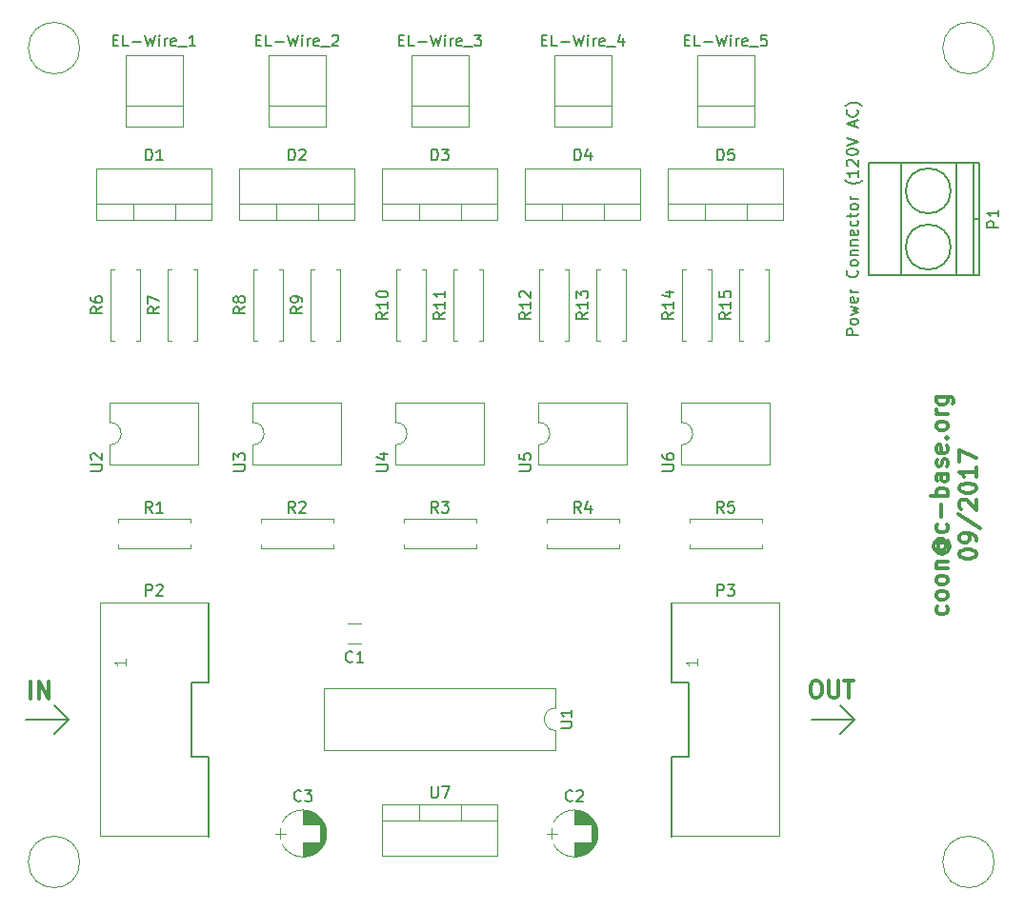
<source format=gto>
G04 #@! TF.FileFunction,Legend,Top*
%FSLAX46Y46*%
G04 Gerber Fmt 4.6, Leading zero omitted, Abs format (unit mm)*
G04 Created by KiCad (PCBNEW 4.0.5) date 09/05/17 09:18:43*
%MOMM*%
%LPD*%
G01*
G04 APERTURE LIST*
%ADD10C,0.100000*%
%ADD11C,0.200000*%
%ADD12C,0.300000*%
%ADD13C,0.150000*%
%ADD14C,0.120000*%
G04 APERTURE END LIST*
D10*
D11*
X55880000Y-88900000D02*
X52070000Y-88900000D01*
D12*
X122198000Y-85475071D02*
X122483714Y-85475071D01*
X122626572Y-85546500D01*
X122769429Y-85689357D01*
X122840857Y-85975071D01*
X122840857Y-86475071D01*
X122769429Y-86760786D01*
X122626572Y-86903643D01*
X122483714Y-86975071D01*
X122198000Y-86975071D01*
X122055143Y-86903643D01*
X121912286Y-86760786D01*
X121840857Y-86475071D01*
X121840857Y-85975071D01*
X121912286Y-85689357D01*
X122055143Y-85546500D01*
X122198000Y-85475071D01*
X123483715Y-85475071D02*
X123483715Y-86689357D01*
X123555143Y-86832214D01*
X123626572Y-86903643D01*
X123769429Y-86975071D01*
X124055143Y-86975071D01*
X124198001Y-86903643D01*
X124269429Y-86832214D01*
X124340858Y-86689357D01*
X124340858Y-85475071D01*
X124840858Y-85475071D02*
X125698001Y-85475071D01*
X125269430Y-86975071D02*
X125269430Y-85475071D01*
X52554286Y-87038571D02*
X52554286Y-85538571D01*
X53268572Y-87038571D02*
X53268572Y-85538571D01*
X54125715Y-87038571D01*
X54125715Y-85538571D01*
D11*
X55880000Y-88900000D02*
X54610000Y-90170000D01*
X54610000Y-87630000D02*
X55880000Y-88900000D01*
X123190000Y-88900000D02*
X125730000Y-88900000D01*
X124460000Y-87630000D02*
X125730000Y-88900000D01*
X125730000Y-88900000D02*
X124460000Y-90170000D01*
X121920000Y-88900000D02*
X123190000Y-88900000D01*
X121920000Y-88900000D02*
X123190000Y-88900000D01*
X125730000Y-88900000D02*
X124460000Y-90170000D01*
X124460000Y-87630000D02*
X125730000Y-88900000D01*
X123190000Y-88900000D02*
X125730000Y-88900000D01*
X123190000Y-88900000D02*
X125730000Y-88900000D01*
X124460000Y-87630000D02*
X125730000Y-88900000D01*
X125730000Y-88900000D02*
X124460000Y-90170000D01*
X121920000Y-88900000D02*
X123190000Y-88900000D01*
X121920000Y-88900000D02*
X123190000Y-88900000D01*
X125730000Y-88900000D02*
X124460000Y-90170000D01*
X124460000Y-87630000D02*
X125730000Y-88900000D01*
X123190000Y-88900000D02*
X125730000Y-88900000D01*
X123190000Y-88900000D02*
X125730000Y-88900000D01*
X124460000Y-87630000D02*
X125730000Y-88900000D01*
X125730000Y-88900000D02*
X124460000Y-90170000D01*
X121920000Y-88900000D02*
X123190000Y-88900000D01*
X121920000Y-88900000D02*
X123190000Y-88900000D01*
X125730000Y-88900000D02*
X124460000Y-90170000D01*
X124460000Y-87630000D02*
X125730000Y-88900000D01*
X123190000Y-88900000D02*
X125730000Y-88900000D01*
X123190000Y-88900000D02*
X125730000Y-88900000D01*
X124460000Y-87630000D02*
X125730000Y-88900000D01*
X125730000Y-88900000D02*
X124460000Y-90170000D01*
X121920000Y-88900000D02*
X123190000Y-88900000D01*
X121920000Y-88900000D02*
X123190000Y-88900000D01*
X125730000Y-88900000D02*
X124460000Y-90170000D01*
X124460000Y-87630000D02*
X125730000Y-88900000D01*
X123190000Y-88900000D02*
X125730000Y-88900000D01*
X123190000Y-88900000D02*
X125730000Y-88900000D01*
X124460000Y-87630000D02*
X125730000Y-88900000D01*
X125730000Y-88900000D02*
X124460000Y-90170000D01*
X121920000Y-88900000D02*
X123190000Y-88900000D01*
X121920000Y-88900000D02*
X123190000Y-88900000D01*
X125730000Y-88900000D02*
X124460000Y-90170000D01*
X124460000Y-87630000D02*
X125730000Y-88900000D01*
X123190000Y-88900000D02*
X125730000Y-88900000D01*
X123190000Y-88900000D02*
X125730000Y-88900000D01*
X124460000Y-87630000D02*
X125730000Y-88900000D01*
X125730000Y-88900000D02*
X124460000Y-90170000D01*
X121920000Y-88900000D02*
X123190000Y-88900000D01*
X121920000Y-88900000D02*
X123190000Y-88900000D01*
X125730000Y-88900000D02*
X124460000Y-90170000D01*
X124460000Y-87630000D02*
X125730000Y-88900000D01*
X123190000Y-88900000D02*
X125730000Y-88900000D01*
X123190000Y-88900000D02*
X125730000Y-88900000D01*
X124460000Y-87630000D02*
X125730000Y-88900000D01*
X125730000Y-88900000D02*
X124460000Y-90170000D01*
X121920000Y-88900000D02*
X123190000Y-88900000D01*
X121920000Y-88900000D02*
X123190000Y-88900000D01*
X125730000Y-88900000D02*
X124460000Y-90170000D01*
X124460000Y-87630000D02*
X125730000Y-88900000D01*
X123190000Y-88900000D02*
X125730000Y-88900000D01*
X123190000Y-88900000D02*
X125730000Y-88900000D01*
X124460000Y-87630000D02*
X125730000Y-88900000D01*
X125730000Y-88900000D02*
X124460000Y-90170000D01*
X121920000Y-88900000D02*
X123190000Y-88900000D01*
X121920000Y-88900000D02*
X123190000Y-88900000D01*
X125730000Y-88900000D02*
X124460000Y-90170000D01*
X124460000Y-87630000D02*
X125730000Y-88900000D01*
X123190000Y-88900000D02*
X125730000Y-88900000D01*
D12*
X133952143Y-78850000D02*
X134023571Y-78992857D01*
X134023571Y-79278571D01*
X133952143Y-79421429D01*
X133880714Y-79492857D01*
X133737857Y-79564286D01*
X133309286Y-79564286D01*
X133166429Y-79492857D01*
X133095000Y-79421429D01*
X133023571Y-79278571D01*
X133023571Y-78992857D01*
X133095000Y-78850000D01*
X134023571Y-77992857D02*
X133952143Y-78135715D01*
X133880714Y-78207143D01*
X133737857Y-78278572D01*
X133309286Y-78278572D01*
X133166429Y-78207143D01*
X133095000Y-78135715D01*
X133023571Y-77992857D01*
X133023571Y-77778572D01*
X133095000Y-77635715D01*
X133166429Y-77564286D01*
X133309286Y-77492857D01*
X133737857Y-77492857D01*
X133880714Y-77564286D01*
X133952143Y-77635715D01*
X134023571Y-77778572D01*
X134023571Y-77992857D01*
X134023571Y-76635714D02*
X133952143Y-76778572D01*
X133880714Y-76850000D01*
X133737857Y-76921429D01*
X133309286Y-76921429D01*
X133166429Y-76850000D01*
X133095000Y-76778572D01*
X133023571Y-76635714D01*
X133023571Y-76421429D01*
X133095000Y-76278572D01*
X133166429Y-76207143D01*
X133309286Y-76135714D01*
X133737857Y-76135714D01*
X133880714Y-76207143D01*
X133952143Y-76278572D01*
X134023571Y-76421429D01*
X134023571Y-76635714D01*
X133023571Y-75492857D02*
X134023571Y-75492857D01*
X133166429Y-75492857D02*
X133095000Y-75421429D01*
X133023571Y-75278571D01*
X133023571Y-75064286D01*
X133095000Y-74921429D01*
X133237857Y-74850000D01*
X134023571Y-74850000D01*
X133309286Y-73207143D02*
X133237857Y-73278571D01*
X133166429Y-73421428D01*
X133166429Y-73564286D01*
X133237857Y-73707143D01*
X133309286Y-73778571D01*
X133452143Y-73850000D01*
X133595000Y-73850000D01*
X133737857Y-73778571D01*
X133809286Y-73707143D01*
X133880714Y-73564286D01*
X133880714Y-73421428D01*
X133809286Y-73278571D01*
X133737857Y-73207143D01*
X133166429Y-73207143D02*
X133737857Y-73207143D01*
X133809286Y-73135714D01*
X133809286Y-73064286D01*
X133737857Y-72921428D01*
X133595000Y-72850000D01*
X133237857Y-72850000D01*
X133023571Y-72992857D01*
X132880714Y-73207143D01*
X132809286Y-73492857D01*
X132880714Y-73778571D01*
X133023571Y-73992857D01*
X133237857Y-74135714D01*
X133523571Y-74207143D01*
X133809286Y-74135714D01*
X134023571Y-73992857D01*
X134166429Y-73778571D01*
X134237857Y-73492857D01*
X134166429Y-73207143D01*
X134023571Y-72992857D01*
X133952143Y-71564286D02*
X134023571Y-71707143D01*
X134023571Y-71992857D01*
X133952143Y-72135715D01*
X133880714Y-72207143D01*
X133737857Y-72278572D01*
X133309286Y-72278572D01*
X133166429Y-72207143D01*
X133095000Y-72135715D01*
X133023571Y-71992857D01*
X133023571Y-71707143D01*
X133095000Y-71564286D01*
X133452143Y-70921429D02*
X133452143Y-69778572D01*
X134023571Y-69064286D02*
X132523571Y-69064286D01*
X133095000Y-69064286D02*
X133023571Y-68921429D01*
X133023571Y-68635715D01*
X133095000Y-68492858D01*
X133166429Y-68421429D01*
X133309286Y-68350000D01*
X133737857Y-68350000D01*
X133880714Y-68421429D01*
X133952143Y-68492858D01*
X134023571Y-68635715D01*
X134023571Y-68921429D01*
X133952143Y-69064286D01*
X134023571Y-67064286D02*
X133237857Y-67064286D01*
X133095000Y-67135715D01*
X133023571Y-67278572D01*
X133023571Y-67564286D01*
X133095000Y-67707143D01*
X133952143Y-67064286D02*
X134023571Y-67207143D01*
X134023571Y-67564286D01*
X133952143Y-67707143D01*
X133809286Y-67778572D01*
X133666429Y-67778572D01*
X133523571Y-67707143D01*
X133452143Y-67564286D01*
X133452143Y-67207143D01*
X133380714Y-67064286D01*
X133952143Y-66421429D02*
X134023571Y-66278572D01*
X134023571Y-65992857D01*
X133952143Y-65850000D01*
X133809286Y-65778572D01*
X133737857Y-65778572D01*
X133595000Y-65850000D01*
X133523571Y-65992857D01*
X133523571Y-66207143D01*
X133452143Y-66350000D01*
X133309286Y-66421429D01*
X133237857Y-66421429D01*
X133095000Y-66350000D01*
X133023571Y-66207143D01*
X133023571Y-65992857D01*
X133095000Y-65850000D01*
X133952143Y-64564286D02*
X134023571Y-64707143D01*
X134023571Y-64992857D01*
X133952143Y-65135714D01*
X133809286Y-65207143D01*
X133237857Y-65207143D01*
X133095000Y-65135714D01*
X133023571Y-64992857D01*
X133023571Y-64707143D01*
X133095000Y-64564286D01*
X133237857Y-64492857D01*
X133380714Y-64492857D01*
X133523571Y-65207143D01*
X133880714Y-63850000D02*
X133952143Y-63778572D01*
X134023571Y-63850000D01*
X133952143Y-63921429D01*
X133880714Y-63850000D01*
X134023571Y-63850000D01*
X134023571Y-62921428D02*
X133952143Y-63064286D01*
X133880714Y-63135714D01*
X133737857Y-63207143D01*
X133309286Y-63207143D01*
X133166429Y-63135714D01*
X133095000Y-63064286D01*
X133023571Y-62921428D01*
X133023571Y-62707143D01*
X133095000Y-62564286D01*
X133166429Y-62492857D01*
X133309286Y-62421428D01*
X133737857Y-62421428D01*
X133880714Y-62492857D01*
X133952143Y-62564286D01*
X134023571Y-62707143D01*
X134023571Y-62921428D01*
X134023571Y-61778571D02*
X133023571Y-61778571D01*
X133309286Y-61778571D02*
X133166429Y-61707143D01*
X133095000Y-61635714D01*
X133023571Y-61492857D01*
X133023571Y-61350000D01*
X133023571Y-60207143D02*
X134237857Y-60207143D01*
X134380714Y-60278572D01*
X134452143Y-60350000D01*
X134523571Y-60492857D01*
X134523571Y-60707143D01*
X134452143Y-60850000D01*
X133952143Y-60207143D02*
X134023571Y-60350000D01*
X134023571Y-60635714D01*
X133952143Y-60778572D01*
X133880714Y-60850000D01*
X133737857Y-60921429D01*
X133309286Y-60921429D01*
X133166429Y-60850000D01*
X133095000Y-60778572D01*
X133023571Y-60635714D01*
X133023571Y-60350000D01*
X133095000Y-60207143D01*
X135073571Y-74278570D02*
X135073571Y-74135713D01*
X135145000Y-73992856D01*
X135216429Y-73921427D01*
X135359286Y-73849998D01*
X135645000Y-73778570D01*
X136002143Y-73778570D01*
X136287857Y-73849998D01*
X136430714Y-73921427D01*
X136502143Y-73992856D01*
X136573571Y-74135713D01*
X136573571Y-74278570D01*
X136502143Y-74421427D01*
X136430714Y-74492856D01*
X136287857Y-74564284D01*
X136002143Y-74635713D01*
X135645000Y-74635713D01*
X135359286Y-74564284D01*
X135216429Y-74492856D01*
X135145000Y-74421427D01*
X135073571Y-74278570D01*
X136573571Y-73064285D02*
X136573571Y-72778570D01*
X136502143Y-72635713D01*
X136430714Y-72564285D01*
X136216429Y-72421427D01*
X135930714Y-72349999D01*
X135359286Y-72349999D01*
X135216429Y-72421427D01*
X135145000Y-72492856D01*
X135073571Y-72635713D01*
X135073571Y-72921427D01*
X135145000Y-73064285D01*
X135216429Y-73135713D01*
X135359286Y-73207142D01*
X135716429Y-73207142D01*
X135859286Y-73135713D01*
X135930714Y-73064285D01*
X136002143Y-72921427D01*
X136002143Y-72635713D01*
X135930714Y-72492856D01*
X135859286Y-72421427D01*
X135716429Y-72349999D01*
X135002143Y-70635714D02*
X136930714Y-71921428D01*
X135216429Y-70207142D02*
X135145000Y-70135713D01*
X135073571Y-69992856D01*
X135073571Y-69635713D01*
X135145000Y-69492856D01*
X135216429Y-69421427D01*
X135359286Y-69349999D01*
X135502143Y-69349999D01*
X135716429Y-69421427D01*
X136573571Y-70278570D01*
X136573571Y-69349999D01*
X135073571Y-68421428D02*
X135073571Y-68278571D01*
X135145000Y-68135714D01*
X135216429Y-68064285D01*
X135359286Y-67992856D01*
X135645000Y-67921428D01*
X136002143Y-67921428D01*
X136287857Y-67992856D01*
X136430714Y-68064285D01*
X136502143Y-68135714D01*
X136573571Y-68278571D01*
X136573571Y-68421428D01*
X136502143Y-68564285D01*
X136430714Y-68635714D01*
X136287857Y-68707142D01*
X136002143Y-68778571D01*
X135645000Y-68778571D01*
X135359286Y-68707142D01*
X135216429Y-68635714D01*
X135145000Y-68564285D01*
X135073571Y-68421428D01*
X136573571Y-66492857D02*
X136573571Y-67350000D01*
X136573571Y-66921428D02*
X135073571Y-66921428D01*
X135287857Y-67064285D01*
X135430714Y-67207143D01*
X135502143Y-67350000D01*
X135073571Y-65992857D02*
X135073571Y-64992857D01*
X136573571Y-65635714D01*
D13*
X109474000Y-99314000D02*
X109474000Y-92202000D01*
X109474000Y-78486000D02*
X109474000Y-85598000D01*
X110998000Y-91186000D02*
X110998000Y-92202000D01*
X110998000Y-92202000D02*
X109474000Y-92202000D01*
X110998000Y-85598000D02*
X110998000Y-86614000D01*
X110998000Y-85598000D02*
X109474000Y-85598000D01*
X110998000Y-86614000D02*
X110998000Y-91186000D01*
D14*
X119100000Y-78490000D02*
X119100000Y-99310000D01*
X119100000Y-99310000D02*
X109500000Y-99310000D01*
X109500000Y-78490000D02*
X119100000Y-78490000D01*
D13*
X68326000Y-92202000D02*
X68326000Y-99314000D01*
X68326000Y-78486000D02*
X68326000Y-85598000D01*
X68326000Y-85598000D02*
X66802000Y-85598000D01*
X66802000Y-85598000D02*
X66802000Y-92202000D01*
X66802000Y-92202000D02*
X68326000Y-92202000D01*
D14*
X68300000Y-99310000D02*
X58700000Y-99310000D01*
X58700000Y-99310000D02*
X58700000Y-78490000D01*
X58700000Y-78490000D02*
X68300000Y-78490000D01*
X138176000Y-101600000D02*
G75*
G03X138176000Y-101600000I-2286000J0D01*
G01*
X56896000Y-101600000D02*
G75*
G03X56896000Y-101600000I-2286000J0D01*
G01*
X138176000Y-29210000D02*
G75*
G03X138176000Y-29210000I-2286000J0D01*
G01*
X99060000Y-34290000D02*
X104140000Y-34290000D01*
X99060000Y-29850000D02*
X104140000Y-29850000D01*
X104140000Y-36190000D02*
X99060000Y-36190000D01*
X104140000Y-36190000D02*
X104140000Y-29850000D01*
X99060000Y-36190000D02*
X99060000Y-29850000D01*
D13*
X136307000Y-44403640D02*
X136807000Y-44403640D01*
X134307000Y-41903640D02*
G75*
G03X134307000Y-41903640I-2000000J0D01*
G01*
X134307000Y-46903640D02*
G75*
G03X134307000Y-46903640I-2000000J0D01*
G01*
X134807000Y-49403640D02*
X134807000Y-39403640D01*
X129907000Y-49403640D02*
X129907000Y-39403640D01*
X136307000Y-49403640D02*
X136307000Y-39403640D01*
X136807000Y-49403640D02*
X136807000Y-39403640D01*
X136807000Y-39403640D02*
X127007000Y-39403640D01*
X127007000Y-39403640D02*
X127007000Y-49403640D01*
X127007000Y-49403640D02*
X136807000Y-49403640D01*
D14*
X99180000Y-89900000D02*
G75*
G02X99180000Y-87900000I0J1000000D01*
G01*
X99180000Y-87900000D02*
X99180000Y-86130000D01*
X99180000Y-86130000D02*
X78620000Y-86130000D01*
X78620000Y-86130000D02*
X78620000Y-91670000D01*
X78620000Y-91670000D02*
X99180000Y-91670000D01*
X99180000Y-91670000D02*
X99180000Y-89900000D01*
X59570000Y-62500000D02*
G75*
G02X59570000Y-64500000I0J-1000000D01*
G01*
X59570000Y-64500000D02*
X59570000Y-66270000D01*
X59570000Y-66270000D02*
X67430000Y-66270000D01*
X67430000Y-66270000D02*
X67430000Y-60730000D01*
X67430000Y-60730000D02*
X59570000Y-60730000D01*
X59570000Y-60730000D02*
X59570000Y-62500000D01*
X60290000Y-71410000D02*
X60290000Y-71080000D01*
X60290000Y-71080000D02*
X66710000Y-71080000D01*
X66710000Y-71080000D02*
X66710000Y-71410000D01*
X60290000Y-73370000D02*
X60290000Y-73700000D01*
X60290000Y-73700000D02*
X66710000Y-73700000D01*
X66710000Y-73700000D02*
X66710000Y-73370000D01*
X72990000Y-71410000D02*
X72990000Y-71080000D01*
X72990000Y-71080000D02*
X79410000Y-71080000D01*
X79410000Y-71080000D02*
X79410000Y-71410000D01*
X72990000Y-73370000D02*
X72990000Y-73700000D01*
X72990000Y-73700000D02*
X79410000Y-73700000D01*
X79410000Y-73700000D02*
X79410000Y-73370000D01*
X85690000Y-71410000D02*
X85690000Y-71080000D01*
X85690000Y-71080000D02*
X92110000Y-71080000D01*
X92110000Y-71080000D02*
X92110000Y-71410000D01*
X85690000Y-73370000D02*
X85690000Y-73700000D01*
X85690000Y-73700000D02*
X92110000Y-73700000D01*
X92110000Y-73700000D02*
X92110000Y-73370000D01*
X98390000Y-71410000D02*
X98390000Y-71080000D01*
X98390000Y-71080000D02*
X104810000Y-71080000D01*
X104810000Y-71080000D02*
X104810000Y-71410000D01*
X98390000Y-73370000D02*
X98390000Y-73700000D01*
X98390000Y-73700000D02*
X104810000Y-73700000D01*
X104810000Y-73700000D02*
X104810000Y-73370000D01*
X111090000Y-71410000D02*
X111090000Y-71080000D01*
X111090000Y-71080000D02*
X117510000Y-71080000D01*
X117510000Y-71080000D02*
X117510000Y-71410000D01*
X111090000Y-73370000D02*
X111090000Y-73700000D01*
X111090000Y-73700000D02*
X117510000Y-73700000D01*
X117510000Y-73700000D02*
X117510000Y-73370000D01*
X61940000Y-48860000D02*
X62270000Y-48860000D01*
X62270000Y-48860000D02*
X62270000Y-55280000D01*
X62270000Y-55280000D02*
X61940000Y-55280000D01*
X59980000Y-48860000D02*
X59650000Y-48860000D01*
X59650000Y-48860000D02*
X59650000Y-55280000D01*
X59650000Y-55280000D02*
X59980000Y-55280000D01*
X67020000Y-48860000D02*
X67350000Y-48860000D01*
X67350000Y-48860000D02*
X67350000Y-55280000D01*
X67350000Y-55280000D02*
X67020000Y-55280000D01*
X65060000Y-48860000D02*
X64730000Y-48860000D01*
X64730000Y-48860000D02*
X64730000Y-55280000D01*
X64730000Y-55280000D02*
X65060000Y-55280000D01*
X74640000Y-48860000D02*
X74970000Y-48860000D01*
X74970000Y-48860000D02*
X74970000Y-55280000D01*
X74970000Y-55280000D02*
X74640000Y-55280000D01*
X72680000Y-48860000D02*
X72350000Y-48860000D01*
X72350000Y-48860000D02*
X72350000Y-55280000D01*
X72350000Y-55280000D02*
X72680000Y-55280000D01*
X79720000Y-48860000D02*
X80050000Y-48860000D01*
X80050000Y-48860000D02*
X80050000Y-55280000D01*
X80050000Y-55280000D02*
X79720000Y-55280000D01*
X77760000Y-48860000D02*
X77430000Y-48860000D01*
X77430000Y-48860000D02*
X77430000Y-55280000D01*
X77430000Y-55280000D02*
X77760000Y-55280000D01*
X87340000Y-48860000D02*
X87670000Y-48860000D01*
X87670000Y-48860000D02*
X87670000Y-55280000D01*
X87670000Y-55280000D02*
X87340000Y-55280000D01*
X85380000Y-48860000D02*
X85050000Y-48860000D01*
X85050000Y-48860000D02*
X85050000Y-55280000D01*
X85050000Y-55280000D02*
X85380000Y-55280000D01*
X92420000Y-48860000D02*
X92750000Y-48860000D01*
X92750000Y-48860000D02*
X92750000Y-55280000D01*
X92750000Y-55280000D02*
X92420000Y-55280000D01*
X90460000Y-48860000D02*
X90130000Y-48860000D01*
X90130000Y-48860000D02*
X90130000Y-55280000D01*
X90130000Y-55280000D02*
X90460000Y-55280000D01*
X100040000Y-48860000D02*
X100370000Y-48860000D01*
X100370000Y-48860000D02*
X100370000Y-55280000D01*
X100370000Y-55280000D02*
X100040000Y-55280000D01*
X98080000Y-48860000D02*
X97750000Y-48860000D01*
X97750000Y-48860000D02*
X97750000Y-55280000D01*
X97750000Y-55280000D02*
X98080000Y-55280000D01*
X105120000Y-48860000D02*
X105450000Y-48860000D01*
X105450000Y-48860000D02*
X105450000Y-55280000D01*
X105450000Y-55280000D02*
X105120000Y-55280000D01*
X103160000Y-48860000D02*
X102830000Y-48860000D01*
X102830000Y-48860000D02*
X102830000Y-55280000D01*
X102830000Y-55280000D02*
X103160000Y-55280000D01*
X112740000Y-48860000D02*
X113070000Y-48860000D01*
X113070000Y-48860000D02*
X113070000Y-55280000D01*
X113070000Y-55280000D02*
X112740000Y-55280000D01*
X110780000Y-48860000D02*
X110450000Y-48860000D01*
X110450000Y-48860000D02*
X110450000Y-55280000D01*
X110450000Y-55280000D02*
X110780000Y-55280000D01*
X117820000Y-48860000D02*
X118150000Y-48860000D01*
X118150000Y-48860000D02*
X118150000Y-55280000D01*
X118150000Y-55280000D02*
X117820000Y-55280000D01*
X115860000Y-48860000D02*
X115530000Y-48860000D01*
X115530000Y-48860000D02*
X115530000Y-55280000D01*
X115530000Y-55280000D02*
X115860000Y-55280000D01*
X72270000Y-62500000D02*
G75*
G02X72270000Y-64500000I0J-1000000D01*
G01*
X72270000Y-64500000D02*
X72270000Y-66270000D01*
X72270000Y-66270000D02*
X80130000Y-66270000D01*
X80130000Y-66270000D02*
X80130000Y-60730000D01*
X80130000Y-60730000D02*
X72270000Y-60730000D01*
X72270000Y-60730000D02*
X72270000Y-62500000D01*
X84970000Y-62500000D02*
G75*
G02X84970000Y-64500000I0J-1000000D01*
G01*
X84970000Y-64500000D02*
X84970000Y-66270000D01*
X84970000Y-66270000D02*
X92830000Y-66270000D01*
X92830000Y-66270000D02*
X92830000Y-60730000D01*
X92830000Y-60730000D02*
X84970000Y-60730000D01*
X84970000Y-60730000D02*
X84970000Y-62500000D01*
X97670000Y-62500000D02*
G75*
G02X97670000Y-64500000I0J-1000000D01*
G01*
X97670000Y-64500000D02*
X97670000Y-66270000D01*
X97670000Y-66270000D02*
X105530000Y-66270000D01*
X105530000Y-66270000D02*
X105530000Y-60730000D01*
X105530000Y-60730000D02*
X97670000Y-60730000D01*
X97670000Y-60730000D02*
X97670000Y-62500000D01*
X110370000Y-62500000D02*
G75*
G02X110370000Y-64500000I0J-1000000D01*
G01*
X110370000Y-64500000D02*
X110370000Y-66270000D01*
X110370000Y-66270000D02*
X118230000Y-66270000D01*
X118230000Y-66270000D02*
X118230000Y-60730000D01*
X118230000Y-60730000D02*
X110370000Y-60730000D01*
X110370000Y-60730000D02*
X110370000Y-62500000D01*
X68620000Y-44530000D02*
X58380000Y-44530000D01*
X68620000Y-39889000D02*
X58380000Y-39889000D01*
X68620000Y-44530000D02*
X68620000Y-39889000D01*
X58380000Y-44530000D02*
X58380000Y-39889000D01*
X68620000Y-43020000D02*
X58380000Y-43020000D01*
X65350000Y-44530000D02*
X65350000Y-43020000D01*
X61649000Y-44530000D02*
X61649000Y-43020000D01*
X81320000Y-44530000D02*
X71080000Y-44530000D01*
X81320000Y-39889000D02*
X71080000Y-39889000D01*
X81320000Y-44530000D02*
X81320000Y-39889000D01*
X71080000Y-44530000D02*
X71080000Y-39889000D01*
X81320000Y-43020000D02*
X71080000Y-43020000D01*
X78050000Y-44530000D02*
X78050000Y-43020000D01*
X74349000Y-44530000D02*
X74349000Y-43020000D01*
X94020000Y-44530000D02*
X83780000Y-44530000D01*
X94020000Y-39889000D02*
X83780000Y-39889000D01*
X94020000Y-44530000D02*
X94020000Y-39889000D01*
X83780000Y-44530000D02*
X83780000Y-39889000D01*
X94020000Y-43020000D02*
X83780000Y-43020000D01*
X90750000Y-44530000D02*
X90750000Y-43020000D01*
X87049000Y-44530000D02*
X87049000Y-43020000D01*
X106720000Y-44530000D02*
X96480000Y-44530000D01*
X106720000Y-39889000D02*
X96480000Y-39889000D01*
X106720000Y-44530000D02*
X106720000Y-39889000D01*
X96480000Y-44530000D02*
X96480000Y-39889000D01*
X106720000Y-43020000D02*
X96480000Y-43020000D01*
X103450000Y-44530000D02*
X103450000Y-43020000D01*
X99749000Y-44530000D02*
X99749000Y-43020000D01*
X119420000Y-44530000D02*
X109180000Y-44530000D01*
X119420000Y-39889000D02*
X109180000Y-39889000D01*
X119420000Y-44530000D02*
X119420000Y-39889000D01*
X109180000Y-44530000D02*
X109180000Y-39889000D01*
X119420000Y-43020000D02*
X109180000Y-43020000D01*
X116150000Y-44530000D02*
X116150000Y-43020000D01*
X112449000Y-44530000D02*
X112449000Y-43020000D01*
X83780000Y-96440000D02*
X94020000Y-96440000D01*
X83780000Y-101081000D02*
X94020000Y-101081000D01*
X83780000Y-96440000D02*
X83780000Y-101081000D01*
X94020000Y-96440000D02*
X94020000Y-101081000D01*
X83780000Y-97950000D02*
X94020000Y-97950000D01*
X87050000Y-96440000D02*
X87050000Y-97950000D01*
X90751000Y-96440000D02*
X90751000Y-97950000D01*
X60960000Y-34290000D02*
X66040000Y-34290000D01*
X60960000Y-29850000D02*
X66040000Y-29850000D01*
X66040000Y-36190000D02*
X60960000Y-36190000D01*
X66040000Y-36190000D02*
X66040000Y-29850000D01*
X60960000Y-36190000D02*
X60960000Y-29850000D01*
X73660000Y-34290000D02*
X78740000Y-34290000D01*
X73660000Y-29850000D02*
X78740000Y-29850000D01*
X78740000Y-36190000D02*
X73660000Y-36190000D01*
X78740000Y-36190000D02*
X78740000Y-29850000D01*
X73660000Y-36190000D02*
X73660000Y-29850000D01*
X86360000Y-34290000D02*
X91440000Y-34290000D01*
X86360000Y-29850000D02*
X91440000Y-29850000D01*
X91440000Y-36190000D02*
X86360000Y-36190000D01*
X91440000Y-36190000D02*
X91440000Y-29850000D01*
X86360000Y-36190000D02*
X86360000Y-29850000D01*
X111760000Y-34290000D02*
X116840000Y-34290000D01*
X111760000Y-29850000D02*
X116840000Y-29850000D01*
X116840000Y-36190000D02*
X111760000Y-36190000D01*
X116840000Y-36190000D02*
X116840000Y-29850000D01*
X111760000Y-36190000D02*
X111760000Y-29850000D01*
X81887000Y-82141000D02*
X80713000Y-82141000D01*
X81887000Y-80419000D02*
X80713000Y-80419000D01*
X102696436Y-98080830D02*
G75*
G03X99004004Y-98080000I-1846436J-979170D01*
G01*
X102696436Y-100039170D02*
G75*
G02X99004004Y-100040000I-1846436J979170D01*
G01*
X102696436Y-100039170D02*
G75*
G03X102695996Y-98080000I-1846436J979170D01*
G01*
X100850000Y-99840000D02*
X100850000Y-101110000D01*
X100850000Y-97010000D02*
X100850000Y-98280000D01*
X100890000Y-97010000D02*
X100890000Y-98280000D01*
X100890000Y-99840000D02*
X100890000Y-101110000D01*
X100930000Y-97011000D02*
X100930000Y-98280000D01*
X100930000Y-99840000D02*
X100930000Y-101109000D01*
X100970000Y-97013000D02*
X100970000Y-98280000D01*
X100970000Y-99840000D02*
X100970000Y-101107000D01*
X101010000Y-97016000D02*
X101010000Y-98280000D01*
X101010000Y-99840000D02*
X101010000Y-101104000D01*
X101050000Y-97019000D02*
X101050000Y-98280000D01*
X101050000Y-99840000D02*
X101050000Y-101101000D01*
X101090000Y-97023000D02*
X101090000Y-98280000D01*
X101090000Y-99840000D02*
X101090000Y-101097000D01*
X101130000Y-97028000D02*
X101130000Y-98280000D01*
X101130000Y-99840000D02*
X101130000Y-101092000D01*
X101170000Y-97034000D02*
X101170000Y-98280000D01*
X101170000Y-99840000D02*
X101170000Y-101086000D01*
X101210000Y-97041000D02*
X101210000Y-98280000D01*
X101210000Y-99840000D02*
X101210000Y-101079000D01*
X101250000Y-97048000D02*
X101250000Y-98280000D01*
X101250000Y-99840000D02*
X101250000Y-101072000D01*
X101290000Y-97056000D02*
X101290000Y-98280000D01*
X101290000Y-99840000D02*
X101290000Y-101064000D01*
X101330000Y-97065000D02*
X101330000Y-98280000D01*
X101330000Y-99840000D02*
X101330000Y-101055000D01*
X101370000Y-97075000D02*
X101370000Y-98280000D01*
X101370000Y-99840000D02*
X101370000Y-101045000D01*
X101410000Y-97086000D02*
X101410000Y-98280000D01*
X101410000Y-99840000D02*
X101410000Y-101034000D01*
X101450000Y-97097000D02*
X101450000Y-98280000D01*
X101450000Y-99840000D02*
X101450000Y-101023000D01*
X101490000Y-97110000D02*
X101490000Y-98280000D01*
X101490000Y-99840000D02*
X101490000Y-101010000D01*
X101530000Y-97123000D02*
X101530000Y-98280000D01*
X101530000Y-99840000D02*
X101530000Y-100997000D01*
X101571000Y-97137000D02*
X101571000Y-98280000D01*
X101571000Y-99840000D02*
X101571000Y-100983000D01*
X101611000Y-97153000D02*
X101611000Y-98280000D01*
X101611000Y-99840000D02*
X101611000Y-100967000D01*
X101651000Y-97169000D02*
X101651000Y-98280000D01*
X101651000Y-99840000D02*
X101651000Y-100951000D01*
X101691000Y-97186000D02*
X101691000Y-98280000D01*
X101691000Y-99840000D02*
X101691000Y-100934000D01*
X101731000Y-97204000D02*
X101731000Y-98280000D01*
X101731000Y-99840000D02*
X101731000Y-100916000D01*
X101771000Y-97223000D02*
X101771000Y-98280000D01*
X101771000Y-99840000D02*
X101771000Y-100897000D01*
X101811000Y-97243000D02*
X101811000Y-98280000D01*
X101811000Y-99840000D02*
X101811000Y-100877000D01*
X101851000Y-97264000D02*
X101851000Y-98280000D01*
X101851000Y-99840000D02*
X101851000Y-100856000D01*
X101891000Y-97287000D02*
X101891000Y-98280000D01*
X101891000Y-99840000D02*
X101891000Y-100833000D01*
X101931000Y-97310000D02*
X101931000Y-98280000D01*
X101931000Y-99840000D02*
X101931000Y-100810000D01*
X101971000Y-97335000D02*
X101971000Y-98280000D01*
X101971000Y-99840000D02*
X101971000Y-100785000D01*
X102011000Y-97361000D02*
X102011000Y-98280000D01*
X102011000Y-99840000D02*
X102011000Y-100759000D01*
X102051000Y-97388000D02*
X102051000Y-98280000D01*
X102051000Y-99840000D02*
X102051000Y-100732000D01*
X102091000Y-97417000D02*
X102091000Y-98280000D01*
X102091000Y-99840000D02*
X102091000Y-100703000D01*
X102131000Y-97447000D02*
X102131000Y-98280000D01*
X102131000Y-99840000D02*
X102131000Y-100673000D01*
X102171000Y-97479000D02*
X102171000Y-98280000D01*
X102171000Y-99840000D02*
X102171000Y-100641000D01*
X102211000Y-97513000D02*
X102211000Y-98280000D01*
X102211000Y-99840000D02*
X102211000Y-100607000D01*
X102251000Y-97548000D02*
X102251000Y-98280000D01*
X102251000Y-99840000D02*
X102251000Y-100572000D01*
X102291000Y-97585000D02*
X102291000Y-98280000D01*
X102291000Y-99840000D02*
X102291000Y-100535000D01*
X102331000Y-97624000D02*
X102331000Y-98280000D01*
X102331000Y-99840000D02*
X102331000Y-100496000D01*
X102371000Y-97665000D02*
X102371000Y-98280000D01*
X102371000Y-99840000D02*
X102371000Y-100455000D01*
X102411000Y-97709000D02*
X102411000Y-100411000D01*
X102451000Y-97755000D02*
X102451000Y-100365000D01*
X102491000Y-97804000D02*
X102491000Y-100316000D01*
X102531000Y-97856000D02*
X102531000Y-100264000D01*
X102571000Y-97912000D02*
X102571000Y-100208000D01*
X102611000Y-97972000D02*
X102611000Y-100148000D01*
X102651000Y-98037000D02*
X102651000Y-100083000D01*
X102691000Y-98108000D02*
X102691000Y-100012000D01*
X102731000Y-98186000D02*
X102731000Y-99934000D01*
X102771000Y-98274000D02*
X102771000Y-99846000D01*
X102811000Y-98374000D02*
X102811000Y-99746000D01*
X102851000Y-98493000D02*
X102851000Y-99627000D01*
X102891000Y-98645000D02*
X102891000Y-99475000D01*
X102931000Y-98895000D02*
X102931000Y-99225000D01*
X98400000Y-99060000D02*
X99300000Y-99060000D01*
X98850000Y-98610000D02*
X98850000Y-99510000D01*
X78566436Y-98080830D02*
G75*
G03X74874004Y-98080000I-1846436J-979170D01*
G01*
X78566436Y-100039170D02*
G75*
G02X74874004Y-100040000I-1846436J979170D01*
G01*
X78566436Y-100039170D02*
G75*
G03X78565996Y-98080000I-1846436J979170D01*
G01*
X76720000Y-99840000D02*
X76720000Y-101110000D01*
X76720000Y-97010000D02*
X76720000Y-98280000D01*
X76760000Y-97010000D02*
X76760000Y-98280000D01*
X76760000Y-99840000D02*
X76760000Y-101110000D01*
X76800000Y-97011000D02*
X76800000Y-98280000D01*
X76800000Y-99840000D02*
X76800000Y-101109000D01*
X76840000Y-97013000D02*
X76840000Y-98280000D01*
X76840000Y-99840000D02*
X76840000Y-101107000D01*
X76880000Y-97016000D02*
X76880000Y-98280000D01*
X76880000Y-99840000D02*
X76880000Y-101104000D01*
X76920000Y-97019000D02*
X76920000Y-98280000D01*
X76920000Y-99840000D02*
X76920000Y-101101000D01*
X76960000Y-97023000D02*
X76960000Y-98280000D01*
X76960000Y-99840000D02*
X76960000Y-101097000D01*
X77000000Y-97028000D02*
X77000000Y-98280000D01*
X77000000Y-99840000D02*
X77000000Y-101092000D01*
X77040000Y-97034000D02*
X77040000Y-98280000D01*
X77040000Y-99840000D02*
X77040000Y-101086000D01*
X77080000Y-97041000D02*
X77080000Y-98280000D01*
X77080000Y-99840000D02*
X77080000Y-101079000D01*
X77120000Y-97048000D02*
X77120000Y-98280000D01*
X77120000Y-99840000D02*
X77120000Y-101072000D01*
X77160000Y-97056000D02*
X77160000Y-98280000D01*
X77160000Y-99840000D02*
X77160000Y-101064000D01*
X77200000Y-97065000D02*
X77200000Y-98280000D01*
X77200000Y-99840000D02*
X77200000Y-101055000D01*
X77240000Y-97075000D02*
X77240000Y-98280000D01*
X77240000Y-99840000D02*
X77240000Y-101045000D01*
X77280000Y-97086000D02*
X77280000Y-98280000D01*
X77280000Y-99840000D02*
X77280000Y-101034000D01*
X77320000Y-97097000D02*
X77320000Y-98280000D01*
X77320000Y-99840000D02*
X77320000Y-101023000D01*
X77360000Y-97110000D02*
X77360000Y-98280000D01*
X77360000Y-99840000D02*
X77360000Y-101010000D01*
X77400000Y-97123000D02*
X77400000Y-98280000D01*
X77400000Y-99840000D02*
X77400000Y-100997000D01*
X77441000Y-97137000D02*
X77441000Y-98280000D01*
X77441000Y-99840000D02*
X77441000Y-100983000D01*
X77481000Y-97153000D02*
X77481000Y-98280000D01*
X77481000Y-99840000D02*
X77481000Y-100967000D01*
X77521000Y-97169000D02*
X77521000Y-98280000D01*
X77521000Y-99840000D02*
X77521000Y-100951000D01*
X77561000Y-97186000D02*
X77561000Y-98280000D01*
X77561000Y-99840000D02*
X77561000Y-100934000D01*
X77601000Y-97204000D02*
X77601000Y-98280000D01*
X77601000Y-99840000D02*
X77601000Y-100916000D01*
X77641000Y-97223000D02*
X77641000Y-98280000D01*
X77641000Y-99840000D02*
X77641000Y-100897000D01*
X77681000Y-97243000D02*
X77681000Y-98280000D01*
X77681000Y-99840000D02*
X77681000Y-100877000D01*
X77721000Y-97264000D02*
X77721000Y-98280000D01*
X77721000Y-99840000D02*
X77721000Y-100856000D01*
X77761000Y-97287000D02*
X77761000Y-98280000D01*
X77761000Y-99840000D02*
X77761000Y-100833000D01*
X77801000Y-97310000D02*
X77801000Y-98280000D01*
X77801000Y-99840000D02*
X77801000Y-100810000D01*
X77841000Y-97335000D02*
X77841000Y-98280000D01*
X77841000Y-99840000D02*
X77841000Y-100785000D01*
X77881000Y-97361000D02*
X77881000Y-98280000D01*
X77881000Y-99840000D02*
X77881000Y-100759000D01*
X77921000Y-97388000D02*
X77921000Y-98280000D01*
X77921000Y-99840000D02*
X77921000Y-100732000D01*
X77961000Y-97417000D02*
X77961000Y-98280000D01*
X77961000Y-99840000D02*
X77961000Y-100703000D01*
X78001000Y-97447000D02*
X78001000Y-98280000D01*
X78001000Y-99840000D02*
X78001000Y-100673000D01*
X78041000Y-97479000D02*
X78041000Y-98280000D01*
X78041000Y-99840000D02*
X78041000Y-100641000D01*
X78081000Y-97513000D02*
X78081000Y-98280000D01*
X78081000Y-99840000D02*
X78081000Y-100607000D01*
X78121000Y-97548000D02*
X78121000Y-98280000D01*
X78121000Y-99840000D02*
X78121000Y-100572000D01*
X78161000Y-97585000D02*
X78161000Y-98280000D01*
X78161000Y-99840000D02*
X78161000Y-100535000D01*
X78201000Y-97624000D02*
X78201000Y-98280000D01*
X78201000Y-99840000D02*
X78201000Y-100496000D01*
X78241000Y-97665000D02*
X78241000Y-98280000D01*
X78241000Y-99840000D02*
X78241000Y-100455000D01*
X78281000Y-97709000D02*
X78281000Y-100411000D01*
X78321000Y-97755000D02*
X78321000Y-100365000D01*
X78361000Y-97804000D02*
X78361000Y-100316000D01*
X78401000Y-97856000D02*
X78401000Y-100264000D01*
X78441000Y-97912000D02*
X78441000Y-100208000D01*
X78481000Y-97972000D02*
X78481000Y-100148000D01*
X78521000Y-98037000D02*
X78521000Y-100083000D01*
X78561000Y-98108000D02*
X78561000Y-100012000D01*
X78601000Y-98186000D02*
X78601000Y-99934000D01*
X78641000Y-98274000D02*
X78641000Y-99846000D01*
X78681000Y-98374000D02*
X78681000Y-99746000D01*
X78721000Y-98493000D02*
X78721000Y-99627000D01*
X78761000Y-98645000D02*
X78761000Y-99475000D01*
X78801000Y-98895000D02*
X78801000Y-99225000D01*
X74270000Y-99060000D02*
X75170000Y-99060000D01*
X74720000Y-98610000D02*
X74720000Y-99510000D01*
X56896000Y-29210000D02*
G75*
G03X56896000Y-29210000I-2286000J0D01*
G01*
D13*
X113561905Y-77922381D02*
X113561905Y-76922381D01*
X113942858Y-76922381D01*
X114038096Y-76970000D01*
X114085715Y-77017619D01*
X114133334Y-77112857D01*
X114133334Y-77255714D01*
X114085715Y-77350952D01*
X114038096Y-77398571D01*
X113942858Y-77446190D01*
X113561905Y-77446190D01*
X114466667Y-76922381D02*
X115085715Y-76922381D01*
X114752381Y-77303333D01*
X114895239Y-77303333D01*
X114990477Y-77350952D01*
X115038096Y-77398571D01*
X115085715Y-77493810D01*
X115085715Y-77731905D01*
X115038096Y-77827143D01*
X114990477Y-77874762D01*
X114895239Y-77922381D01*
X114609524Y-77922381D01*
X114514286Y-77874762D01*
X114466667Y-77827143D01*
D14*
X111762381Y-83554285D02*
X111762381Y-84125714D01*
X111762381Y-83840000D02*
X110762381Y-83840000D01*
X110905238Y-83935238D01*
X111000476Y-84030476D01*
X111048095Y-84125714D01*
D13*
X62761905Y-77922381D02*
X62761905Y-76922381D01*
X63142858Y-76922381D01*
X63238096Y-76970000D01*
X63285715Y-77017619D01*
X63333334Y-77112857D01*
X63333334Y-77255714D01*
X63285715Y-77350952D01*
X63238096Y-77398571D01*
X63142858Y-77446190D01*
X62761905Y-77446190D01*
X63714286Y-77017619D02*
X63761905Y-76970000D01*
X63857143Y-76922381D01*
X64095239Y-76922381D01*
X64190477Y-76970000D01*
X64238096Y-77017619D01*
X64285715Y-77112857D01*
X64285715Y-77208095D01*
X64238096Y-77350952D01*
X63666667Y-77922381D01*
X64285715Y-77922381D01*
D14*
X60962381Y-83554285D02*
X60962381Y-84125714D01*
X60962381Y-83840000D02*
X59962381Y-83840000D01*
X60105238Y-83935238D01*
X60200476Y-84030476D01*
X60248095Y-84125714D01*
D13*
X97957143Y-28503571D02*
X98290477Y-28503571D01*
X98433334Y-29027381D02*
X97957143Y-29027381D01*
X97957143Y-28027381D01*
X98433334Y-28027381D01*
X99338096Y-29027381D02*
X98861905Y-29027381D01*
X98861905Y-28027381D01*
X99671429Y-28646429D02*
X100433334Y-28646429D01*
X100814286Y-28027381D02*
X101052381Y-29027381D01*
X101242858Y-28313095D01*
X101433334Y-29027381D01*
X101671429Y-28027381D01*
X102052381Y-29027381D02*
X102052381Y-28360714D01*
X102052381Y-28027381D02*
X102004762Y-28075000D01*
X102052381Y-28122619D01*
X102100000Y-28075000D01*
X102052381Y-28027381D01*
X102052381Y-28122619D01*
X102528571Y-29027381D02*
X102528571Y-28360714D01*
X102528571Y-28551190D02*
X102576190Y-28455952D01*
X102623809Y-28408333D01*
X102719047Y-28360714D01*
X102814286Y-28360714D01*
X103528572Y-28979762D02*
X103433334Y-29027381D01*
X103242857Y-29027381D01*
X103147619Y-28979762D01*
X103100000Y-28884524D01*
X103100000Y-28503571D01*
X103147619Y-28408333D01*
X103242857Y-28360714D01*
X103433334Y-28360714D01*
X103528572Y-28408333D01*
X103576191Y-28503571D01*
X103576191Y-28598810D01*
X103100000Y-28694048D01*
X103766667Y-29122619D02*
X104528572Y-29122619D01*
X105195239Y-28360714D02*
X105195239Y-29027381D01*
X104957143Y-27979762D02*
X104719048Y-28694048D01*
X105338096Y-28694048D01*
X138559381Y-45141735D02*
X137559381Y-45141735D01*
X137559381Y-44760782D01*
X137607000Y-44665544D01*
X137654619Y-44617925D01*
X137749857Y-44570306D01*
X137892714Y-44570306D01*
X137987952Y-44617925D01*
X138035571Y-44665544D01*
X138083190Y-44760782D01*
X138083190Y-45141735D01*
X138559381Y-43617925D02*
X138559381Y-44189354D01*
X138559381Y-43903640D02*
X137559381Y-43903640D01*
X137702238Y-43998878D01*
X137797476Y-44094116D01*
X137845095Y-44189354D01*
X126059381Y-54736975D02*
X125059381Y-54736975D01*
X125059381Y-54356022D01*
X125107000Y-54260784D01*
X125154619Y-54213165D01*
X125249857Y-54165546D01*
X125392714Y-54165546D01*
X125487952Y-54213165D01*
X125535571Y-54260784D01*
X125583190Y-54356022D01*
X125583190Y-54736975D01*
X126059381Y-53594118D02*
X126011762Y-53689356D01*
X125964143Y-53736975D01*
X125868905Y-53784594D01*
X125583190Y-53784594D01*
X125487952Y-53736975D01*
X125440333Y-53689356D01*
X125392714Y-53594118D01*
X125392714Y-53451260D01*
X125440333Y-53356022D01*
X125487952Y-53308403D01*
X125583190Y-53260784D01*
X125868905Y-53260784D01*
X125964143Y-53308403D01*
X126011762Y-53356022D01*
X126059381Y-53451260D01*
X126059381Y-53594118D01*
X125392714Y-52927451D02*
X126059381Y-52736975D01*
X125583190Y-52546498D01*
X126059381Y-52356022D01*
X125392714Y-52165546D01*
X126011762Y-51403641D02*
X126059381Y-51498879D01*
X126059381Y-51689356D01*
X126011762Y-51784594D01*
X125916524Y-51832213D01*
X125535571Y-51832213D01*
X125440333Y-51784594D01*
X125392714Y-51689356D01*
X125392714Y-51498879D01*
X125440333Y-51403641D01*
X125535571Y-51356022D01*
X125630810Y-51356022D01*
X125726048Y-51832213D01*
X126059381Y-50927451D02*
X125392714Y-50927451D01*
X125583190Y-50927451D02*
X125487952Y-50879832D01*
X125440333Y-50832213D01*
X125392714Y-50736975D01*
X125392714Y-50641736D01*
X125964143Y-48975069D02*
X126011762Y-49022688D01*
X126059381Y-49165545D01*
X126059381Y-49260783D01*
X126011762Y-49403641D01*
X125916524Y-49498879D01*
X125821286Y-49546498D01*
X125630810Y-49594117D01*
X125487952Y-49594117D01*
X125297476Y-49546498D01*
X125202238Y-49498879D01*
X125107000Y-49403641D01*
X125059381Y-49260783D01*
X125059381Y-49165545D01*
X125107000Y-49022688D01*
X125154619Y-48975069D01*
X126059381Y-48403641D02*
X126011762Y-48498879D01*
X125964143Y-48546498D01*
X125868905Y-48594117D01*
X125583190Y-48594117D01*
X125487952Y-48546498D01*
X125440333Y-48498879D01*
X125392714Y-48403641D01*
X125392714Y-48260783D01*
X125440333Y-48165545D01*
X125487952Y-48117926D01*
X125583190Y-48070307D01*
X125868905Y-48070307D01*
X125964143Y-48117926D01*
X126011762Y-48165545D01*
X126059381Y-48260783D01*
X126059381Y-48403641D01*
X125392714Y-47641736D02*
X126059381Y-47641736D01*
X125487952Y-47641736D02*
X125440333Y-47594117D01*
X125392714Y-47498879D01*
X125392714Y-47356021D01*
X125440333Y-47260783D01*
X125535571Y-47213164D01*
X126059381Y-47213164D01*
X125392714Y-46736974D02*
X126059381Y-46736974D01*
X125487952Y-46736974D02*
X125440333Y-46689355D01*
X125392714Y-46594117D01*
X125392714Y-46451259D01*
X125440333Y-46356021D01*
X125535571Y-46308402D01*
X126059381Y-46308402D01*
X126011762Y-45451259D02*
X126059381Y-45546497D01*
X126059381Y-45736974D01*
X126011762Y-45832212D01*
X125916524Y-45879831D01*
X125535571Y-45879831D01*
X125440333Y-45832212D01*
X125392714Y-45736974D01*
X125392714Y-45546497D01*
X125440333Y-45451259D01*
X125535571Y-45403640D01*
X125630810Y-45403640D01*
X125726048Y-45879831D01*
X126011762Y-44546497D02*
X126059381Y-44641735D01*
X126059381Y-44832212D01*
X126011762Y-44927450D01*
X125964143Y-44975069D01*
X125868905Y-45022688D01*
X125583190Y-45022688D01*
X125487952Y-44975069D01*
X125440333Y-44927450D01*
X125392714Y-44832212D01*
X125392714Y-44641735D01*
X125440333Y-44546497D01*
X125392714Y-44260783D02*
X125392714Y-43879831D01*
X125059381Y-44117926D02*
X125916524Y-44117926D01*
X126011762Y-44070307D01*
X126059381Y-43975069D01*
X126059381Y-43879831D01*
X126059381Y-43403640D02*
X126011762Y-43498878D01*
X125964143Y-43546497D01*
X125868905Y-43594116D01*
X125583190Y-43594116D01*
X125487952Y-43546497D01*
X125440333Y-43498878D01*
X125392714Y-43403640D01*
X125392714Y-43260782D01*
X125440333Y-43165544D01*
X125487952Y-43117925D01*
X125583190Y-43070306D01*
X125868905Y-43070306D01*
X125964143Y-43117925D01*
X126011762Y-43165544D01*
X126059381Y-43260782D01*
X126059381Y-43403640D01*
X126059381Y-42641735D02*
X125392714Y-42641735D01*
X125583190Y-42641735D02*
X125487952Y-42594116D01*
X125440333Y-42546497D01*
X125392714Y-42451259D01*
X125392714Y-42356020D01*
X126440333Y-40975067D02*
X126392714Y-41022687D01*
X126249857Y-41117925D01*
X126154619Y-41165544D01*
X126011762Y-41213163D01*
X125773667Y-41260782D01*
X125583190Y-41260782D01*
X125345095Y-41213163D01*
X125202238Y-41165544D01*
X125107000Y-41117925D01*
X124964143Y-41022687D01*
X124916524Y-40975067D01*
X126059381Y-40070305D02*
X126059381Y-40641734D01*
X126059381Y-40356020D02*
X125059381Y-40356020D01*
X125202238Y-40451258D01*
X125297476Y-40546496D01*
X125345095Y-40641734D01*
X125154619Y-39689353D02*
X125107000Y-39641734D01*
X125059381Y-39546496D01*
X125059381Y-39308400D01*
X125107000Y-39213162D01*
X125154619Y-39165543D01*
X125249857Y-39117924D01*
X125345095Y-39117924D01*
X125487952Y-39165543D01*
X126059381Y-39736972D01*
X126059381Y-39117924D01*
X125059381Y-38498877D02*
X125059381Y-38403638D01*
X125107000Y-38308400D01*
X125154619Y-38260781D01*
X125249857Y-38213162D01*
X125440333Y-38165543D01*
X125678429Y-38165543D01*
X125868905Y-38213162D01*
X125964143Y-38260781D01*
X126011762Y-38308400D01*
X126059381Y-38403638D01*
X126059381Y-38498877D01*
X126011762Y-38594115D01*
X125964143Y-38641734D01*
X125868905Y-38689353D01*
X125678429Y-38736972D01*
X125440333Y-38736972D01*
X125249857Y-38689353D01*
X125154619Y-38641734D01*
X125107000Y-38594115D01*
X125059381Y-38498877D01*
X125059381Y-37879829D02*
X126059381Y-37546496D01*
X125059381Y-37213162D01*
X125773667Y-36165543D02*
X125773667Y-35689352D01*
X126059381Y-36260781D02*
X125059381Y-35927448D01*
X126059381Y-35594114D01*
X125964143Y-34689352D02*
X126011762Y-34736971D01*
X126059381Y-34879828D01*
X126059381Y-34975066D01*
X126011762Y-35117924D01*
X125916524Y-35213162D01*
X125821286Y-35260781D01*
X125630810Y-35308400D01*
X125487952Y-35308400D01*
X125297476Y-35260781D01*
X125202238Y-35213162D01*
X125107000Y-35117924D01*
X125059381Y-34975066D01*
X125059381Y-34879828D01*
X125107000Y-34736971D01*
X125154619Y-34689352D01*
X126440333Y-34356019D02*
X126392714Y-34308400D01*
X126249857Y-34213162D01*
X126154619Y-34165543D01*
X126011762Y-34117924D01*
X125773667Y-34070305D01*
X125583190Y-34070305D01*
X125345095Y-34117924D01*
X125202238Y-34165543D01*
X125107000Y-34213162D01*
X124964143Y-34308400D01*
X124916524Y-34356019D01*
X99632381Y-89661905D02*
X100441905Y-89661905D01*
X100537143Y-89614286D01*
X100584762Y-89566667D01*
X100632381Y-89471429D01*
X100632381Y-89280952D01*
X100584762Y-89185714D01*
X100537143Y-89138095D01*
X100441905Y-89090476D01*
X99632381Y-89090476D01*
X100632381Y-88090476D02*
X100632381Y-88661905D01*
X100632381Y-88376191D02*
X99632381Y-88376191D01*
X99775238Y-88471429D01*
X99870476Y-88566667D01*
X99918095Y-88661905D01*
X57872381Y-66801905D02*
X58681905Y-66801905D01*
X58777143Y-66754286D01*
X58824762Y-66706667D01*
X58872381Y-66611429D01*
X58872381Y-66420952D01*
X58824762Y-66325714D01*
X58777143Y-66278095D01*
X58681905Y-66230476D01*
X57872381Y-66230476D01*
X57967619Y-65801905D02*
X57920000Y-65754286D01*
X57872381Y-65659048D01*
X57872381Y-65420952D01*
X57920000Y-65325714D01*
X57967619Y-65278095D01*
X58062857Y-65230476D01*
X58158095Y-65230476D01*
X58300952Y-65278095D01*
X58872381Y-65849524D01*
X58872381Y-65230476D01*
X63333334Y-70532381D02*
X63000000Y-70056190D01*
X62761905Y-70532381D02*
X62761905Y-69532381D01*
X63142858Y-69532381D01*
X63238096Y-69580000D01*
X63285715Y-69627619D01*
X63333334Y-69722857D01*
X63333334Y-69865714D01*
X63285715Y-69960952D01*
X63238096Y-70008571D01*
X63142858Y-70056190D01*
X62761905Y-70056190D01*
X64285715Y-70532381D02*
X63714286Y-70532381D01*
X64000000Y-70532381D02*
X64000000Y-69532381D01*
X63904762Y-69675238D01*
X63809524Y-69770476D01*
X63714286Y-69818095D01*
X76033334Y-70532381D02*
X75700000Y-70056190D01*
X75461905Y-70532381D02*
X75461905Y-69532381D01*
X75842858Y-69532381D01*
X75938096Y-69580000D01*
X75985715Y-69627619D01*
X76033334Y-69722857D01*
X76033334Y-69865714D01*
X75985715Y-69960952D01*
X75938096Y-70008571D01*
X75842858Y-70056190D01*
X75461905Y-70056190D01*
X76414286Y-69627619D02*
X76461905Y-69580000D01*
X76557143Y-69532381D01*
X76795239Y-69532381D01*
X76890477Y-69580000D01*
X76938096Y-69627619D01*
X76985715Y-69722857D01*
X76985715Y-69818095D01*
X76938096Y-69960952D01*
X76366667Y-70532381D01*
X76985715Y-70532381D01*
X88733334Y-70532381D02*
X88400000Y-70056190D01*
X88161905Y-70532381D02*
X88161905Y-69532381D01*
X88542858Y-69532381D01*
X88638096Y-69580000D01*
X88685715Y-69627619D01*
X88733334Y-69722857D01*
X88733334Y-69865714D01*
X88685715Y-69960952D01*
X88638096Y-70008571D01*
X88542858Y-70056190D01*
X88161905Y-70056190D01*
X89066667Y-69532381D02*
X89685715Y-69532381D01*
X89352381Y-69913333D01*
X89495239Y-69913333D01*
X89590477Y-69960952D01*
X89638096Y-70008571D01*
X89685715Y-70103810D01*
X89685715Y-70341905D01*
X89638096Y-70437143D01*
X89590477Y-70484762D01*
X89495239Y-70532381D01*
X89209524Y-70532381D01*
X89114286Y-70484762D01*
X89066667Y-70437143D01*
X101433334Y-70532381D02*
X101100000Y-70056190D01*
X100861905Y-70532381D02*
X100861905Y-69532381D01*
X101242858Y-69532381D01*
X101338096Y-69580000D01*
X101385715Y-69627619D01*
X101433334Y-69722857D01*
X101433334Y-69865714D01*
X101385715Y-69960952D01*
X101338096Y-70008571D01*
X101242858Y-70056190D01*
X100861905Y-70056190D01*
X102290477Y-69865714D02*
X102290477Y-70532381D01*
X102052381Y-69484762D02*
X101814286Y-70199048D01*
X102433334Y-70199048D01*
X114133334Y-70532381D02*
X113800000Y-70056190D01*
X113561905Y-70532381D02*
X113561905Y-69532381D01*
X113942858Y-69532381D01*
X114038096Y-69580000D01*
X114085715Y-69627619D01*
X114133334Y-69722857D01*
X114133334Y-69865714D01*
X114085715Y-69960952D01*
X114038096Y-70008571D01*
X113942858Y-70056190D01*
X113561905Y-70056190D01*
X115038096Y-69532381D02*
X114561905Y-69532381D01*
X114514286Y-70008571D01*
X114561905Y-69960952D01*
X114657143Y-69913333D01*
X114895239Y-69913333D01*
X114990477Y-69960952D01*
X115038096Y-70008571D01*
X115085715Y-70103810D01*
X115085715Y-70341905D01*
X115038096Y-70437143D01*
X114990477Y-70484762D01*
X114895239Y-70532381D01*
X114657143Y-70532381D01*
X114561905Y-70484762D01*
X114514286Y-70437143D01*
X58872381Y-52236666D02*
X58396190Y-52570000D01*
X58872381Y-52808095D02*
X57872381Y-52808095D01*
X57872381Y-52427142D01*
X57920000Y-52331904D01*
X57967619Y-52284285D01*
X58062857Y-52236666D01*
X58205714Y-52236666D01*
X58300952Y-52284285D01*
X58348571Y-52331904D01*
X58396190Y-52427142D01*
X58396190Y-52808095D01*
X57872381Y-51379523D02*
X57872381Y-51570000D01*
X57920000Y-51665238D01*
X57967619Y-51712857D01*
X58110476Y-51808095D01*
X58300952Y-51855714D01*
X58681905Y-51855714D01*
X58777143Y-51808095D01*
X58824762Y-51760476D01*
X58872381Y-51665238D01*
X58872381Y-51474761D01*
X58824762Y-51379523D01*
X58777143Y-51331904D01*
X58681905Y-51284285D01*
X58443810Y-51284285D01*
X58348571Y-51331904D01*
X58300952Y-51379523D01*
X58253333Y-51474761D01*
X58253333Y-51665238D01*
X58300952Y-51760476D01*
X58348571Y-51808095D01*
X58443810Y-51855714D01*
X63952381Y-52236666D02*
X63476190Y-52570000D01*
X63952381Y-52808095D02*
X62952381Y-52808095D01*
X62952381Y-52427142D01*
X63000000Y-52331904D01*
X63047619Y-52284285D01*
X63142857Y-52236666D01*
X63285714Y-52236666D01*
X63380952Y-52284285D01*
X63428571Y-52331904D01*
X63476190Y-52427142D01*
X63476190Y-52808095D01*
X62952381Y-51903333D02*
X62952381Y-51236666D01*
X63952381Y-51665238D01*
X71572381Y-52236666D02*
X71096190Y-52570000D01*
X71572381Y-52808095D02*
X70572381Y-52808095D01*
X70572381Y-52427142D01*
X70620000Y-52331904D01*
X70667619Y-52284285D01*
X70762857Y-52236666D01*
X70905714Y-52236666D01*
X71000952Y-52284285D01*
X71048571Y-52331904D01*
X71096190Y-52427142D01*
X71096190Y-52808095D01*
X71000952Y-51665238D02*
X70953333Y-51760476D01*
X70905714Y-51808095D01*
X70810476Y-51855714D01*
X70762857Y-51855714D01*
X70667619Y-51808095D01*
X70620000Y-51760476D01*
X70572381Y-51665238D01*
X70572381Y-51474761D01*
X70620000Y-51379523D01*
X70667619Y-51331904D01*
X70762857Y-51284285D01*
X70810476Y-51284285D01*
X70905714Y-51331904D01*
X70953333Y-51379523D01*
X71000952Y-51474761D01*
X71000952Y-51665238D01*
X71048571Y-51760476D01*
X71096190Y-51808095D01*
X71191429Y-51855714D01*
X71381905Y-51855714D01*
X71477143Y-51808095D01*
X71524762Y-51760476D01*
X71572381Y-51665238D01*
X71572381Y-51474761D01*
X71524762Y-51379523D01*
X71477143Y-51331904D01*
X71381905Y-51284285D01*
X71191429Y-51284285D01*
X71096190Y-51331904D01*
X71048571Y-51379523D01*
X71000952Y-51474761D01*
X76652381Y-52236666D02*
X76176190Y-52570000D01*
X76652381Y-52808095D02*
X75652381Y-52808095D01*
X75652381Y-52427142D01*
X75700000Y-52331904D01*
X75747619Y-52284285D01*
X75842857Y-52236666D01*
X75985714Y-52236666D01*
X76080952Y-52284285D01*
X76128571Y-52331904D01*
X76176190Y-52427142D01*
X76176190Y-52808095D01*
X76652381Y-51760476D02*
X76652381Y-51570000D01*
X76604762Y-51474761D01*
X76557143Y-51427142D01*
X76414286Y-51331904D01*
X76223810Y-51284285D01*
X75842857Y-51284285D01*
X75747619Y-51331904D01*
X75700000Y-51379523D01*
X75652381Y-51474761D01*
X75652381Y-51665238D01*
X75700000Y-51760476D01*
X75747619Y-51808095D01*
X75842857Y-51855714D01*
X76080952Y-51855714D01*
X76176190Y-51808095D01*
X76223810Y-51760476D01*
X76271429Y-51665238D01*
X76271429Y-51474761D01*
X76223810Y-51379523D01*
X76176190Y-51331904D01*
X76080952Y-51284285D01*
X84272381Y-52712857D02*
X83796190Y-53046191D01*
X84272381Y-53284286D02*
X83272381Y-53284286D01*
X83272381Y-52903333D01*
X83320000Y-52808095D01*
X83367619Y-52760476D01*
X83462857Y-52712857D01*
X83605714Y-52712857D01*
X83700952Y-52760476D01*
X83748571Y-52808095D01*
X83796190Y-52903333D01*
X83796190Y-53284286D01*
X84272381Y-51760476D02*
X84272381Y-52331905D01*
X84272381Y-52046191D02*
X83272381Y-52046191D01*
X83415238Y-52141429D01*
X83510476Y-52236667D01*
X83558095Y-52331905D01*
X83272381Y-51141429D02*
X83272381Y-51046190D01*
X83320000Y-50950952D01*
X83367619Y-50903333D01*
X83462857Y-50855714D01*
X83653333Y-50808095D01*
X83891429Y-50808095D01*
X84081905Y-50855714D01*
X84177143Y-50903333D01*
X84224762Y-50950952D01*
X84272381Y-51046190D01*
X84272381Y-51141429D01*
X84224762Y-51236667D01*
X84177143Y-51284286D01*
X84081905Y-51331905D01*
X83891429Y-51379524D01*
X83653333Y-51379524D01*
X83462857Y-51331905D01*
X83367619Y-51284286D01*
X83320000Y-51236667D01*
X83272381Y-51141429D01*
X89352381Y-52712857D02*
X88876190Y-53046191D01*
X89352381Y-53284286D02*
X88352381Y-53284286D01*
X88352381Y-52903333D01*
X88400000Y-52808095D01*
X88447619Y-52760476D01*
X88542857Y-52712857D01*
X88685714Y-52712857D01*
X88780952Y-52760476D01*
X88828571Y-52808095D01*
X88876190Y-52903333D01*
X88876190Y-53284286D01*
X89352381Y-51760476D02*
X89352381Y-52331905D01*
X89352381Y-52046191D02*
X88352381Y-52046191D01*
X88495238Y-52141429D01*
X88590476Y-52236667D01*
X88638095Y-52331905D01*
X89352381Y-50808095D02*
X89352381Y-51379524D01*
X89352381Y-51093810D02*
X88352381Y-51093810D01*
X88495238Y-51189048D01*
X88590476Y-51284286D01*
X88638095Y-51379524D01*
X96972381Y-52712857D02*
X96496190Y-53046191D01*
X96972381Y-53284286D02*
X95972381Y-53284286D01*
X95972381Y-52903333D01*
X96020000Y-52808095D01*
X96067619Y-52760476D01*
X96162857Y-52712857D01*
X96305714Y-52712857D01*
X96400952Y-52760476D01*
X96448571Y-52808095D01*
X96496190Y-52903333D01*
X96496190Y-53284286D01*
X96972381Y-51760476D02*
X96972381Y-52331905D01*
X96972381Y-52046191D02*
X95972381Y-52046191D01*
X96115238Y-52141429D01*
X96210476Y-52236667D01*
X96258095Y-52331905D01*
X96067619Y-51379524D02*
X96020000Y-51331905D01*
X95972381Y-51236667D01*
X95972381Y-50998571D01*
X96020000Y-50903333D01*
X96067619Y-50855714D01*
X96162857Y-50808095D01*
X96258095Y-50808095D01*
X96400952Y-50855714D01*
X96972381Y-51427143D01*
X96972381Y-50808095D01*
X102052381Y-52712857D02*
X101576190Y-53046191D01*
X102052381Y-53284286D02*
X101052381Y-53284286D01*
X101052381Y-52903333D01*
X101100000Y-52808095D01*
X101147619Y-52760476D01*
X101242857Y-52712857D01*
X101385714Y-52712857D01*
X101480952Y-52760476D01*
X101528571Y-52808095D01*
X101576190Y-52903333D01*
X101576190Y-53284286D01*
X102052381Y-51760476D02*
X102052381Y-52331905D01*
X102052381Y-52046191D02*
X101052381Y-52046191D01*
X101195238Y-52141429D01*
X101290476Y-52236667D01*
X101338095Y-52331905D01*
X101052381Y-51427143D02*
X101052381Y-50808095D01*
X101433333Y-51141429D01*
X101433333Y-50998571D01*
X101480952Y-50903333D01*
X101528571Y-50855714D01*
X101623810Y-50808095D01*
X101861905Y-50808095D01*
X101957143Y-50855714D01*
X102004762Y-50903333D01*
X102052381Y-50998571D01*
X102052381Y-51284286D01*
X102004762Y-51379524D01*
X101957143Y-51427143D01*
X109672381Y-52712857D02*
X109196190Y-53046191D01*
X109672381Y-53284286D02*
X108672381Y-53284286D01*
X108672381Y-52903333D01*
X108720000Y-52808095D01*
X108767619Y-52760476D01*
X108862857Y-52712857D01*
X109005714Y-52712857D01*
X109100952Y-52760476D01*
X109148571Y-52808095D01*
X109196190Y-52903333D01*
X109196190Y-53284286D01*
X109672381Y-51760476D02*
X109672381Y-52331905D01*
X109672381Y-52046191D02*
X108672381Y-52046191D01*
X108815238Y-52141429D01*
X108910476Y-52236667D01*
X108958095Y-52331905D01*
X109005714Y-50903333D02*
X109672381Y-50903333D01*
X108624762Y-51141429D02*
X109339048Y-51379524D01*
X109339048Y-50760476D01*
X114752381Y-52712857D02*
X114276190Y-53046191D01*
X114752381Y-53284286D02*
X113752381Y-53284286D01*
X113752381Y-52903333D01*
X113800000Y-52808095D01*
X113847619Y-52760476D01*
X113942857Y-52712857D01*
X114085714Y-52712857D01*
X114180952Y-52760476D01*
X114228571Y-52808095D01*
X114276190Y-52903333D01*
X114276190Y-53284286D01*
X114752381Y-51760476D02*
X114752381Y-52331905D01*
X114752381Y-52046191D02*
X113752381Y-52046191D01*
X113895238Y-52141429D01*
X113990476Y-52236667D01*
X114038095Y-52331905D01*
X113752381Y-50855714D02*
X113752381Y-51331905D01*
X114228571Y-51379524D01*
X114180952Y-51331905D01*
X114133333Y-51236667D01*
X114133333Y-50998571D01*
X114180952Y-50903333D01*
X114228571Y-50855714D01*
X114323810Y-50808095D01*
X114561905Y-50808095D01*
X114657143Y-50855714D01*
X114704762Y-50903333D01*
X114752381Y-50998571D01*
X114752381Y-51236667D01*
X114704762Y-51331905D01*
X114657143Y-51379524D01*
X70572381Y-66801905D02*
X71381905Y-66801905D01*
X71477143Y-66754286D01*
X71524762Y-66706667D01*
X71572381Y-66611429D01*
X71572381Y-66420952D01*
X71524762Y-66325714D01*
X71477143Y-66278095D01*
X71381905Y-66230476D01*
X70572381Y-66230476D01*
X70572381Y-65849524D02*
X70572381Y-65230476D01*
X70953333Y-65563810D01*
X70953333Y-65420952D01*
X71000952Y-65325714D01*
X71048571Y-65278095D01*
X71143810Y-65230476D01*
X71381905Y-65230476D01*
X71477143Y-65278095D01*
X71524762Y-65325714D01*
X71572381Y-65420952D01*
X71572381Y-65706667D01*
X71524762Y-65801905D01*
X71477143Y-65849524D01*
X83272381Y-66801905D02*
X84081905Y-66801905D01*
X84177143Y-66754286D01*
X84224762Y-66706667D01*
X84272381Y-66611429D01*
X84272381Y-66420952D01*
X84224762Y-66325714D01*
X84177143Y-66278095D01*
X84081905Y-66230476D01*
X83272381Y-66230476D01*
X83605714Y-65325714D02*
X84272381Y-65325714D01*
X83224762Y-65563810D02*
X83939048Y-65801905D01*
X83939048Y-65182857D01*
X95972381Y-66801905D02*
X96781905Y-66801905D01*
X96877143Y-66754286D01*
X96924762Y-66706667D01*
X96972381Y-66611429D01*
X96972381Y-66420952D01*
X96924762Y-66325714D01*
X96877143Y-66278095D01*
X96781905Y-66230476D01*
X95972381Y-66230476D01*
X95972381Y-65278095D02*
X95972381Y-65754286D01*
X96448571Y-65801905D01*
X96400952Y-65754286D01*
X96353333Y-65659048D01*
X96353333Y-65420952D01*
X96400952Y-65325714D01*
X96448571Y-65278095D01*
X96543810Y-65230476D01*
X96781905Y-65230476D01*
X96877143Y-65278095D01*
X96924762Y-65325714D01*
X96972381Y-65420952D01*
X96972381Y-65659048D01*
X96924762Y-65754286D01*
X96877143Y-65801905D01*
X108672381Y-66801905D02*
X109481905Y-66801905D01*
X109577143Y-66754286D01*
X109624762Y-66706667D01*
X109672381Y-66611429D01*
X109672381Y-66420952D01*
X109624762Y-66325714D01*
X109577143Y-66278095D01*
X109481905Y-66230476D01*
X108672381Y-66230476D01*
X108672381Y-65325714D02*
X108672381Y-65516191D01*
X108720000Y-65611429D01*
X108767619Y-65659048D01*
X108910476Y-65754286D01*
X109100952Y-65801905D01*
X109481905Y-65801905D01*
X109577143Y-65754286D01*
X109624762Y-65706667D01*
X109672381Y-65611429D01*
X109672381Y-65420952D01*
X109624762Y-65325714D01*
X109577143Y-65278095D01*
X109481905Y-65230476D01*
X109243810Y-65230476D01*
X109148571Y-65278095D01*
X109100952Y-65325714D01*
X109053333Y-65420952D01*
X109053333Y-65611429D01*
X109100952Y-65706667D01*
X109148571Y-65754286D01*
X109243810Y-65801905D01*
X62761905Y-39187381D02*
X62761905Y-38187381D01*
X63000000Y-38187381D01*
X63142858Y-38235000D01*
X63238096Y-38330238D01*
X63285715Y-38425476D01*
X63333334Y-38615952D01*
X63333334Y-38758810D01*
X63285715Y-38949286D01*
X63238096Y-39044524D01*
X63142858Y-39139762D01*
X63000000Y-39187381D01*
X62761905Y-39187381D01*
X64285715Y-39187381D02*
X63714286Y-39187381D01*
X64000000Y-39187381D02*
X64000000Y-38187381D01*
X63904762Y-38330238D01*
X63809524Y-38425476D01*
X63714286Y-38473095D01*
X75461905Y-39187381D02*
X75461905Y-38187381D01*
X75700000Y-38187381D01*
X75842858Y-38235000D01*
X75938096Y-38330238D01*
X75985715Y-38425476D01*
X76033334Y-38615952D01*
X76033334Y-38758810D01*
X75985715Y-38949286D01*
X75938096Y-39044524D01*
X75842858Y-39139762D01*
X75700000Y-39187381D01*
X75461905Y-39187381D01*
X76414286Y-38282619D02*
X76461905Y-38235000D01*
X76557143Y-38187381D01*
X76795239Y-38187381D01*
X76890477Y-38235000D01*
X76938096Y-38282619D01*
X76985715Y-38377857D01*
X76985715Y-38473095D01*
X76938096Y-38615952D01*
X76366667Y-39187381D01*
X76985715Y-39187381D01*
X88161905Y-39187381D02*
X88161905Y-38187381D01*
X88400000Y-38187381D01*
X88542858Y-38235000D01*
X88638096Y-38330238D01*
X88685715Y-38425476D01*
X88733334Y-38615952D01*
X88733334Y-38758810D01*
X88685715Y-38949286D01*
X88638096Y-39044524D01*
X88542858Y-39139762D01*
X88400000Y-39187381D01*
X88161905Y-39187381D01*
X89066667Y-38187381D02*
X89685715Y-38187381D01*
X89352381Y-38568333D01*
X89495239Y-38568333D01*
X89590477Y-38615952D01*
X89638096Y-38663571D01*
X89685715Y-38758810D01*
X89685715Y-38996905D01*
X89638096Y-39092143D01*
X89590477Y-39139762D01*
X89495239Y-39187381D01*
X89209524Y-39187381D01*
X89114286Y-39139762D01*
X89066667Y-39092143D01*
X100861905Y-39187381D02*
X100861905Y-38187381D01*
X101100000Y-38187381D01*
X101242858Y-38235000D01*
X101338096Y-38330238D01*
X101385715Y-38425476D01*
X101433334Y-38615952D01*
X101433334Y-38758810D01*
X101385715Y-38949286D01*
X101338096Y-39044524D01*
X101242858Y-39139762D01*
X101100000Y-39187381D01*
X100861905Y-39187381D01*
X102290477Y-38520714D02*
X102290477Y-39187381D01*
X102052381Y-38139762D02*
X101814286Y-38854048D01*
X102433334Y-38854048D01*
X113561905Y-39187381D02*
X113561905Y-38187381D01*
X113800000Y-38187381D01*
X113942858Y-38235000D01*
X114038096Y-38330238D01*
X114085715Y-38425476D01*
X114133334Y-38615952D01*
X114133334Y-38758810D01*
X114085715Y-38949286D01*
X114038096Y-39044524D01*
X113942858Y-39139762D01*
X113800000Y-39187381D01*
X113561905Y-39187381D01*
X115038096Y-38187381D02*
X114561905Y-38187381D01*
X114514286Y-38663571D01*
X114561905Y-38615952D01*
X114657143Y-38568333D01*
X114895239Y-38568333D01*
X114990477Y-38615952D01*
X115038096Y-38663571D01*
X115085715Y-38758810D01*
X115085715Y-38996905D01*
X115038096Y-39092143D01*
X114990477Y-39139762D01*
X114895239Y-39187381D01*
X114657143Y-39187381D01*
X114561905Y-39139762D01*
X114514286Y-39092143D01*
X88138095Y-94892381D02*
X88138095Y-95701905D01*
X88185714Y-95797143D01*
X88233333Y-95844762D01*
X88328571Y-95892381D01*
X88519048Y-95892381D01*
X88614286Y-95844762D01*
X88661905Y-95797143D01*
X88709524Y-95701905D01*
X88709524Y-94892381D01*
X89090476Y-94892381D02*
X89757143Y-94892381D01*
X89328571Y-95892381D01*
X59857143Y-28503571D02*
X60190477Y-28503571D01*
X60333334Y-29027381D02*
X59857143Y-29027381D01*
X59857143Y-28027381D01*
X60333334Y-28027381D01*
X61238096Y-29027381D02*
X60761905Y-29027381D01*
X60761905Y-28027381D01*
X61571429Y-28646429D02*
X62333334Y-28646429D01*
X62714286Y-28027381D02*
X62952381Y-29027381D01*
X63142858Y-28313095D01*
X63333334Y-29027381D01*
X63571429Y-28027381D01*
X63952381Y-29027381D02*
X63952381Y-28360714D01*
X63952381Y-28027381D02*
X63904762Y-28075000D01*
X63952381Y-28122619D01*
X64000000Y-28075000D01*
X63952381Y-28027381D01*
X63952381Y-28122619D01*
X64428571Y-29027381D02*
X64428571Y-28360714D01*
X64428571Y-28551190D02*
X64476190Y-28455952D01*
X64523809Y-28408333D01*
X64619047Y-28360714D01*
X64714286Y-28360714D01*
X65428572Y-28979762D02*
X65333334Y-29027381D01*
X65142857Y-29027381D01*
X65047619Y-28979762D01*
X65000000Y-28884524D01*
X65000000Y-28503571D01*
X65047619Y-28408333D01*
X65142857Y-28360714D01*
X65333334Y-28360714D01*
X65428572Y-28408333D01*
X65476191Y-28503571D01*
X65476191Y-28598810D01*
X65000000Y-28694048D01*
X65666667Y-29122619D02*
X66428572Y-29122619D01*
X67190477Y-29027381D02*
X66619048Y-29027381D01*
X66904762Y-29027381D02*
X66904762Y-28027381D01*
X66809524Y-28170238D01*
X66714286Y-28265476D01*
X66619048Y-28313095D01*
X72557143Y-28503571D02*
X72890477Y-28503571D01*
X73033334Y-29027381D02*
X72557143Y-29027381D01*
X72557143Y-28027381D01*
X73033334Y-28027381D01*
X73938096Y-29027381D02*
X73461905Y-29027381D01*
X73461905Y-28027381D01*
X74271429Y-28646429D02*
X75033334Y-28646429D01*
X75414286Y-28027381D02*
X75652381Y-29027381D01*
X75842858Y-28313095D01*
X76033334Y-29027381D01*
X76271429Y-28027381D01*
X76652381Y-29027381D02*
X76652381Y-28360714D01*
X76652381Y-28027381D02*
X76604762Y-28075000D01*
X76652381Y-28122619D01*
X76700000Y-28075000D01*
X76652381Y-28027381D01*
X76652381Y-28122619D01*
X77128571Y-29027381D02*
X77128571Y-28360714D01*
X77128571Y-28551190D02*
X77176190Y-28455952D01*
X77223809Y-28408333D01*
X77319047Y-28360714D01*
X77414286Y-28360714D01*
X78128572Y-28979762D02*
X78033334Y-29027381D01*
X77842857Y-29027381D01*
X77747619Y-28979762D01*
X77700000Y-28884524D01*
X77700000Y-28503571D01*
X77747619Y-28408333D01*
X77842857Y-28360714D01*
X78033334Y-28360714D01*
X78128572Y-28408333D01*
X78176191Y-28503571D01*
X78176191Y-28598810D01*
X77700000Y-28694048D01*
X78366667Y-29122619D02*
X79128572Y-29122619D01*
X79319048Y-28122619D02*
X79366667Y-28075000D01*
X79461905Y-28027381D01*
X79700001Y-28027381D01*
X79795239Y-28075000D01*
X79842858Y-28122619D01*
X79890477Y-28217857D01*
X79890477Y-28313095D01*
X79842858Y-28455952D01*
X79271429Y-29027381D01*
X79890477Y-29027381D01*
X85257143Y-28503571D02*
X85590477Y-28503571D01*
X85733334Y-29027381D02*
X85257143Y-29027381D01*
X85257143Y-28027381D01*
X85733334Y-28027381D01*
X86638096Y-29027381D02*
X86161905Y-29027381D01*
X86161905Y-28027381D01*
X86971429Y-28646429D02*
X87733334Y-28646429D01*
X88114286Y-28027381D02*
X88352381Y-29027381D01*
X88542858Y-28313095D01*
X88733334Y-29027381D01*
X88971429Y-28027381D01*
X89352381Y-29027381D02*
X89352381Y-28360714D01*
X89352381Y-28027381D02*
X89304762Y-28075000D01*
X89352381Y-28122619D01*
X89400000Y-28075000D01*
X89352381Y-28027381D01*
X89352381Y-28122619D01*
X89828571Y-29027381D02*
X89828571Y-28360714D01*
X89828571Y-28551190D02*
X89876190Y-28455952D01*
X89923809Y-28408333D01*
X90019047Y-28360714D01*
X90114286Y-28360714D01*
X90828572Y-28979762D02*
X90733334Y-29027381D01*
X90542857Y-29027381D01*
X90447619Y-28979762D01*
X90400000Y-28884524D01*
X90400000Y-28503571D01*
X90447619Y-28408333D01*
X90542857Y-28360714D01*
X90733334Y-28360714D01*
X90828572Y-28408333D01*
X90876191Y-28503571D01*
X90876191Y-28598810D01*
X90400000Y-28694048D01*
X91066667Y-29122619D02*
X91828572Y-29122619D01*
X91971429Y-28027381D02*
X92590477Y-28027381D01*
X92257143Y-28408333D01*
X92400001Y-28408333D01*
X92495239Y-28455952D01*
X92542858Y-28503571D01*
X92590477Y-28598810D01*
X92590477Y-28836905D01*
X92542858Y-28932143D01*
X92495239Y-28979762D01*
X92400001Y-29027381D01*
X92114286Y-29027381D01*
X92019048Y-28979762D01*
X91971429Y-28932143D01*
X110657143Y-28503571D02*
X110990477Y-28503571D01*
X111133334Y-29027381D02*
X110657143Y-29027381D01*
X110657143Y-28027381D01*
X111133334Y-28027381D01*
X112038096Y-29027381D02*
X111561905Y-29027381D01*
X111561905Y-28027381D01*
X112371429Y-28646429D02*
X113133334Y-28646429D01*
X113514286Y-28027381D02*
X113752381Y-29027381D01*
X113942858Y-28313095D01*
X114133334Y-29027381D01*
X114371429Y-28027381D01*
X114752381Y-29027381D02*
X114752381Y-28360714D01*
X114752381Y-28027381D02*
X114704762Y-28075000D01*
X114752381Y-28122619D01*
X114800000Y-28075000D01*
X114752381Y-28027381D01*
X114752381Y-28122619D01*
X115228571Y-29027381D02*
X115228571Y-28360714D01*
X115228571Y-28551190D02*
X115276190Y-28455952D01*
X115323809Y-28408333D01*
X115419047Y-28360714D01*
X115514286Y-28360714D01*
X116228572Y-28979762D02*
X116133334Y-29027381D01*
X115942857Y-29027381D01*
X115847619Y-28979762D01*
X115800000Y-28884524D01*
X115800000Y-28503571D01*
X115847619Y-28408333D01*
X115942857Y-28360714D01*
X116133334Y-28360714D01*
X116228572Y-28408333D01*
X116276191Y-28503571D01*
X116276191Y-28598810D01*
X115800000Y-28694048D01*
X116466667Y-29122619D02*
X117228572Y-29122619D01*
X117942858Y-28027381D02*
X117466667Y-28027381D01*
X117419048Y-28503571D01*
X117466667Y-28455952D01*
X117561905Y-28408333D01*
X117800001Y-28408333D01*
X117895239Y-28455952D01*
X117942858Y-28503571D01*
X117990477Y-28598810D01*
X117990477Y-28836905D01*
X117942858Y-28932143D01*
X117895239Y-28979762D01*
X117800001Y-29027381D01*
X117561905Y-29027381D01*
X117466667Y-28979762D01*
X117419048Y-28932143D01*
X81133334Y-83747143D02*
X81085715Y-83794762D01*
X80942858Y-83842381D01*
X80847620Y-83842381D01*
X80704762Y-83794762D01*
X80609524Y-83699524D01*
X80561905Y-83604286D01*
X80514286Y-83413810D01*
X80514286Y-83270952D01*
X80561905Y-83080476D01*
X80609524Y-82985238D01*
X80704762Y-82890000D01*
X80847620Y-82842381D01*
X80942858Y-82842381D01*
X81085715Y-82890000D01*
X81133334Y-82937619D01*
X82085715Y-83842381D02*
X81514286Y-83842381D01*
X81800000Y-83842381D02*
X81800000Y-82842381D01*
X81704762Y-82985238D01*
X81609524Y-83080476D01*
X81514286Y-83128095D01*
X100683334Y-96107143D02*
X100635715Y-96154762D01*
X100492858Y-96202381D01*
X100397620Y-96202381D01*
X100254762Y-96154762D01*
X100159524Y-96059524D01*
X100111905Y-95964286D01*
X100064286Y-95773810D01*
X100064286Y-95630952D01*
X100111905Y-95440476D01*
X100159524Y-95345238D01*
X100254762Y-95250000D01*
X100397620Y-95202381D01*
X100492858Y-95202381D01*
X100635715Y-95250000D01*
X100683334Y-95297619D01*
X101064286Y-95297619D02*
X101111905Y-95250000D01*
X101207143Y-95202381D01*
X101445239Y-95202381D01*
X101540477Y-95250000D01*
X101588096Y-95297619D01*
X101635715Y-95392857D01*
X101635715Y-95488095D01*
X101588096Y-95630952D01*
X101016667Y-96202381D01*
X101635715Y-96202381D01*
X76553334Y-96107143D02*
X76505715Y-96154762D01*
X76362858Y-96202381D01*
X76267620Y-96202381D01*
X76124762Y-96154762D01*
X76029524Y-96059524D01*
X75981905Y-95964286D01*
X75934286Y-95773810D01*
X75934286Y-95630952D01*
X75981905Y-95440476D01*
X76029524Y-95345238D01*
X76124762Y-95250000D01*
X76267620Y-95202381D01*
X76362858Y-95202381D01*
X76505715Y-95250000D01*
X76553334Y-95297619D01*
X76886667Y-95202381D02*
X77505715Y-95202381D01*
X77172381Y-95583333D01*
X77315239Y-95583333D01*
X77410477Y-95630952D01*
X77458096Y-95678571D01*
X77505715Y-95773810D01*
X77505715Y-96011905D01*
X77458096Y-96107143D01*
X77410477Y-96154762D01*
X77315239Y-96202381D01*
X77029524Y-96202381D01*
X76934286Y-96154762D01*
X76886667Y-96107143D01*
M02*

</source>
